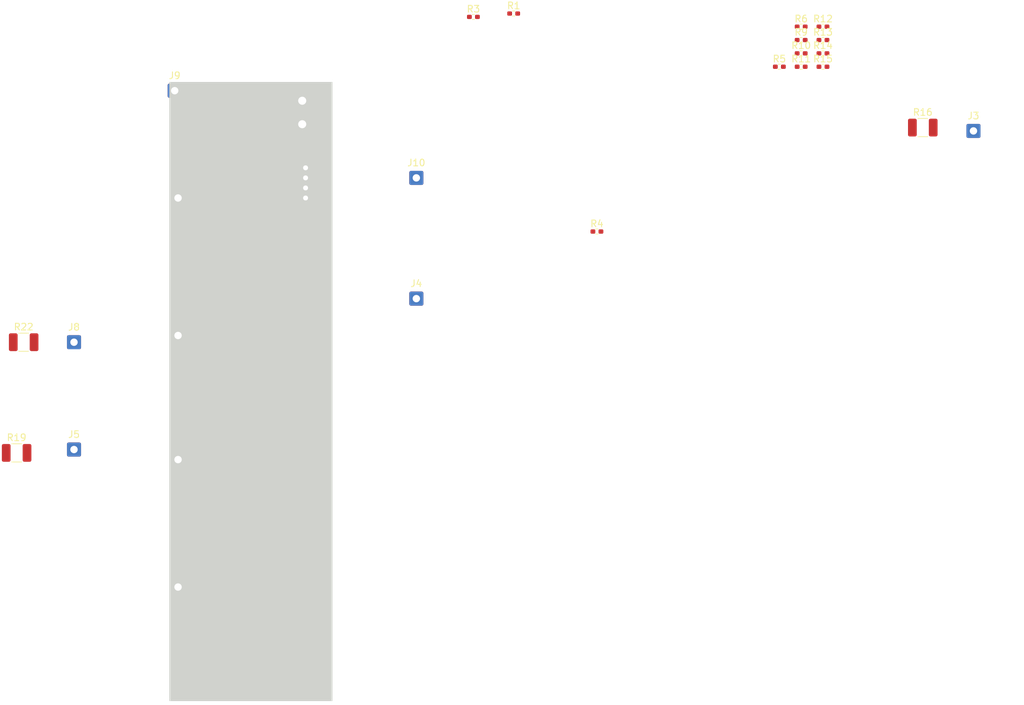
<source format=kicad_pcb>
(kicad_pcb (version 20240108) (generator "pcbnew") (generator_version "8.0")
  (layers (0 "F.Cu" signal) (31 "B.Cu" signal) (34 "B.Paste" user) (35 "F.Paste" user) (36 "B.SilkS" user "B.Silkscreen") (37 "F.SilkS" user "F.Silkscreen") (38 "B.Mask" user) (39 "F.Mask" user) (44 "Edge.Cuts" user))
  (net 0 "")
  (net 1 "GND")
  (net 2 "Net-(J1-Pin_1)")
  (net 3 "GNDPWR")
  (net 4 "Net-(J3-Pin_1)")
  (net 5 "Net-(J5-Pin_1)")
  (net 6 "Net-(J8-Pin_1)")
  (net 7 "Net-(J9-Pin_1)")
  (net 8 "+24V")
  (net 9 "/SCL")
  (net 10 "VDD")
  (net 11 "/SDA")
  (net 12 "/ADDR_SEL_0")
  (net 14 "Net-(U1-A0)")
  (net 15 "/ADDR_SEL_1")
  (net 16 "Net-(U1-A1)")
  (net 17 "Net-(U1-A2)")
  (net 18 "/CHAN2_ENABLE")
  (net 19 "/CHAN3_ENABLE")
  (net 20 "/CHAN0_ENABLE")
  (net 23 "/CHAN1_ENABLE")
  (net 26 "Net-(U2-IN+)")
  (net 27 "Net-(U2-IN-)")
  (net 28 "Net-(U3-IN-)")
  (net 29 "Net-(U3-IN+)")
  (net 30 "Net-(U4-IN+)")
  (net 31 "Net-(U4-IN-)")
  (net 32 "Net-(U5-IN-)")
  (net 33 "Net-(U5-IN+)")
  (net 34 "Net-(U6-IN+)")
  (net 35 "Net-(U6-IN-)")
  (footprint "Resistor_SMD:R_0402_1005Metric_Pad0.72x0.64mm_HandSolder" (layer "F.Cu") (at 224.58 33.93)
    (property "Reference" "R5" (at 0 -1.17 0) (layer "F.SilkS"))
    (property "Value" "R0")
    (fp_line (start -0.167621 -0.38) (end 0.167621 -0.38) (stroke (width 0.12)) (layer "F.SilkS"))
    (fp_line (start -0.167621 0.38) (end 0.167621 0.38) (stroke (width 0.12)) (layer "F.SilkS"))
    (pad "1" smd roundrect (at -0.5975 0) (size 0.715 0.64) (layers "F.Cu" "F.Paste" "F.Mask") (net 14 "Net-(U1-A0)"))
    (pad "2" smd roundrect (at 0.5975 0) (size 0.715 0.64) (layers "F.Cu" "F.Paste" "F.Mask") (net 1 "GND"))
  )
  (footprint "Resistor_SMD:R_0402_1005Metric_Pad0.72x0.64mm_HandSolder" (layer "F.Cu") (at 231.08 31.94)
    (property "Reference" "R14" (at 0 -1.17 0) (layer "F.SilkS"))
    (property "Value" "R0")
    (fp_line (start -0.167621 -0.38) (end 0.167621 -0.38) (stroke (width 0.12)) (layer "F.SilkS"))
    (fp_line (start -0.167621 0.38) (end 0.167621 0.38) (stroke (width 0.12)) (layer "F.SilkS"))
    (pad "1" smd roundrect (at -0.5975 0) (size 0.715 0.64) (layers "F.Cu" "F.Paste" "F.Mask") (net 17 "Net-(U1-A2)"))
    (pad "2" smd roundrect (at 0.5975 0) (size 0.715 0.64) (layers "F.Cu" "F.Paste" "F.Mask") (net 1 "GND"))
  )
  (footprint "Resistor_SMD:R_0402_1005Metric_Pad0.72x0.64mm_HandSolder" (layer "F.Cu") (at 227.83 33.93)
    (property "Reference" "R11" (at 0 -1.17 0) (layer "F.SilkS"))
    (property "Value" "R0")
    (fp_line (start -0.167621 -0.38) (end 0.167621 -0.38) (stroke (width 0.12)) (layer "F.SilkS"))
    (fp_line (start -0.167621 0.38) (end 0.167621 0.38) (stroke (width 0.12)) (layer "F.SilkS"))
    (pad "1" smd roundrect (at -0.5975 0) (size 0.715 0.64) (layers "F.Cu" "F.Paste" "F.Mask") (net 15 "/ADDR_SEL_1"))
    (pad "2" smd roundrect (at 0.5975 0) (size 0.715 0.64) (layers "F.Cu" "F.Paste" "F.Mask") (net 9 "/SCL"))
  )
  (footprint "Resistor_SMD:R_1210_3225Metric_Pad1.30x2.65mm_HandSolder" (layer "F.Cu") (at 139.55 40.5)
    (property "Reference" "R25" (at 0 -2.28 0) (layer "F.SilkS"))
    (property "Value" "0R1")
    (fp_line (start -0.723737 -1.355) (end 0.723737 -1.355) (stroke (width 0.12)) (layer "F.SilkS"))
    (fp_line (start -0.723737 1.355) (end 0.723737 1.355) (stroke (width 0.12)) (layer "F.SilkS"))
    (pad "1" smd roundrect (at -1.55 0) (size 1.3 2.65) (layers "F.Cu" "F.Paste" "F.Mask") (roundrect_rratio 0.192308) (net 8 "+24V"))
    (pad "2" smd roundrect (at 1.55 0) (size 1.3 2.65) (layers "F.Cu" "F.Paste" "F.Mask") (roundrect_rratio 0.192308) (net 7 "Net-(J9-Pin_1)"))
  )
  (footprint "Resistor_SMD:R_0402_1005Metric_Pad0.72x0.64mm_HandSolder" (layer "F.Cu") (at 185 26)
    (property "Reference" "R1" (at 0 -1.17 0) (layer "F.SilkS"))
    (property "Value" "R0")
    (fp_line (start -0.167621 -0.38) (end 0.167621 -0.38) (stroke (width 0.12)) (layer "F.SilkS"))
    (fp_line (start -0.167621 0.38) (end 0.167621 0.38) (stroke (width 0.12)) (layer "F.SilkS"))
    (pad "1" smd roundrect (at -0.5975 0) (size 0.715 0.64) (layers "F.Cu" "F.Paste" "F.Mask") (net 12 "/ADDR_SEL_0"))
    (pad "2" smd roundrect (at 0.5975 0) (size 0.715 0.64) (layers "F.Cu" "F.Paste" "F.Mask") (net 1 "GND"))
  )
  (footprint "Package_TO_SOT_SMD:SOT-23-8" (layer "F.Cu") (at 145.6375 63.475)
    (property "Reference" "U3" (at 0 -2.4 0) (layer "F.SilkS"))
    (property "Value" "INA219AxDCN")
    (fp_line (start 0 -1.56) (end -0.8 -1.56) (stroke (width 0.12)) (layer "F.SilkS"))
    (fp_line (start 0 -1.56) (end 0.8 -1.56) (stroke (width 0.12)) (layer "F.SilkS"))
    (fp_line (start 0 1.56) (end -0.8 1.56) (stroke (width 0.12)) (layer "F.SilkS"))
    (fp_line (start 0 1.56) (end 0.8 1.56) (stroke (width 0.12)) (layer "F.SilkS"))
    (fp_poly (pts (xy -1.3 -1.485) (xy -1.54 -1.815) (xy -1.06 -1.815) (xy -1.3 -1.485)) (stroke (width 0.12)) (fill solid) (layer "F.SilkS"))
    (pad "1" smd roundrect (at -1.1375 -0.975) (size 1.325 0.5) (layers "F.Cu" "F.Paste" "F.Mask") (net 29 "Net-(U3-IN+)"))
    (pad "2" smd roundrect (at -1.1375 -0.325) (size 1.325 0.5) (layers "F.Cu" "F.Paste" "F.Mask") (net 28 "Net-(U3-IN-)"))
    (pad "3" smd roundrect (at -1.1375 0.325) (size 1.325 0.5) (layers "F.Cu" "F.Paste" "F.Mask") (net 1 "GND"))
    (pad "4" smd roundrect (at -1.1375 0.975) (size 1.325 0.5) (layers "F.Cu" "F.Paste" "F.Mask") (net 10 "VDD"))
    (pad "5" smd roundrect (at 1.1375 0.975) (size 1.325 0.5) (layers "F.Cu" "F.Paste" "F.Mask") (net 9 "/SCL"))
    (pad "6" smd roundrect (at 1.1375 0.325) (size 1.325 0.5) (layers "F.Cu" "F.Paste" "F.Mask") (net 11 "/SDA"))
    (pad "7" smd roundrect (at 1.1375 -0.325) (size 1.325 0.5) (layers "F.Cu" "F.Paste" "F.Mask") (net 11 "/SDA"))
    (pad "8" smd roundrect (at 1.1375 -0.975) (size 1.325 0.5) (layers "F.Cu" "F.Paste" "F.Mask") (net 12 "/ADDR_SEL_0"))
  )
  (footprint "TerminalBlock_4Ucon:TerminalBlock_4Ucon_1x02_P3.50mm_Horizontal" (layer "F.Cu") (at 153.5 42.5 90)
    (property "Reference" "J11" (at 1.75 -4.46 90) (layer "F.SilkS"))
    (property "Value" "Screw_Terminal_01x02")
    (fp_line (start 5.66 -3.46) (end 5.66 3.66) (stroke (width 0.12)) (layer "F.SilkS"))
    (fp_line (start -2.16 -3.46) (end 5.66 -3.46) (stroke (width 0.12)) (layer "F.SilkS"))
    (fp_line (start -2.16 -3.46) (end -2.16 3.66) (stroke (width 0.12)) (layer "F.SilkS"))
    (fp_line (start -2.16 2.1) (end 5.66 2.1) (stroke (width 0.12)) (layer "F.SilkS"))
    (fp_line (start -2.4 2.16) (end -2.4 3.9) (stroke (width 0.12)) (layer "F.SilkS"))
    (fp_line (start -2.16 3.66) (end 5.66 3.66) (stroke (width 0.12)) (layer "F.SilkS"))
    (fp_line (start -2.4 3.9) (end -0.9 3.9) (stroke (width 0.12)) (layer "F.SilkS"))
    (fp_arc (start -0.607742 -1.432109) (mid 0.00014 -1.555727) (end 0.608 -1.432) (stroke (width 0.12)) (layer "F.SilkS"))
    (fp_arc (start 1.432109 -0.607742) (mid 1.555727 0.00014) (end 1.432 0.608) (stroke (width 0.12)) (layer "F.SilkS"))
    (fp_arc (start -1.432109 0.607742) (mid -1.555727 -0.00014) (end -1.432 -0.608) (stroke (width 0.12)) (layer "F.SilkS"))
    (fp_arc (start 0.607587 1.431385) (mid 0.310017 1.523783) (end 0 1.555) (stroke (width 0.12)) (layer "F.SilkS"))
    (fp_arc (start 0.027011 1.555493) (mid -0.296984 1.527118) (end -0.608 1.432) (stroke (width 0.12)) (layer "F.SilkS"))
    (fp_circle (center 3.5 0) (end 5.055 0) (stroke (width 0.12)) (fill none) (layer "F.SilkS"))
    (pad "1" thru_hole rect (at 0 0 90) (size 2.4 2.4) (drill 1.2) (layers "*.Cu" "*.Mask") (net 8 "+24V"))
    (pad "2" thru_hole circle (at 3.5 0 90) (size 2.4 2.4) (drill 1.2) (layers "*.Cu" "*.Mask") (net 3 "GNDPWR"))
  )
  (footprint "Resistor_SMD:R_0402_1005Metric_Pad0.72x0.64mm_HandSolder" (layer "F.Cu") (at 231.08 27.96)
    (property "Reference" "R12" (at 0 -1.17 0) (layer "F.SilkS"))
    (property "Value" "R0")
    (fp_line (start -0.167621 -0.38) (end 0.167621 -0.38) (stroke (width 0.12)) (layer "F.SilkS"))
    (fp_line (start -0.167621 0.38) (end 0.167621 0.38) (stroke (width 0.12)) (layer "F.SilkS"))
    (pad "1" smd roundrect (at -0.5975 0) (size 0.715 0.64) (layers "F.Cu" "F.Paste" "F.Mask") (net 16 "Net-(U1-A1)"))
    (pad "2" smd roundrect (at 0.5975 0) (size 0.715 0.64) (layers "F.Cu" "F.Paste" "F.Mask") (net 1 "GND"))
  )
  (footprint "Package_SO:SOIC-16W_7.5x10.3mm_P1.27mm" (layer "F.Cu") (at 145.5 55)
    (property "Reference" "U1" (at 0 -6.1 0) (layer "F.SilkS"))
    (property "Value" "PCF8574")
    (fp_line (start -3.86 -5.26) (end -3.86 -5.005) (stroke (width 0.12)) (layer "F.SilkS"))
    (fp_line (start -3.86 5.26) (end -3.86 5.005) (stroke (width 0.12)) (layer "F.SilkS"))
    (fp_line (start 0 -5.26) (end -3.86 -5.26) (stroke (width 0.12)) (layer "F.SilkS"))
    (fp_line (start 0 -5.26) (end 3.86 -5.26) (stroke (width 0.12)) (layer "F.SilkS"))
    (fp_line (start 0 5.26) (end -3.86 5.26) (stroke (width 0.12)) (layer "F.SilkS"))
    (fp_line (start 0 5.26) (end 3.86 5.26) (stroke (width 0.12)) (layer "F.SilkS"))
    (fp_line (start 3.86 -5.26) (end 3.86 -5.005) (stroke (width 0.12)) (layer "F.SilkS"))
    (fp_line (start 3.86 5.26) (end 3.86 5.005) (stroke (width 0.12)) (layer "F.SilkS"))
    (fp_poly (pts (xy -4.7125 -5.005) (xy -5.0525 -5.475) (xy -4.3725 -5.475) (xy -4.7125 -5.005)) (stroke (width 0.12)) (fill solid) (layer "F.SilkS"))
    (pad "1" smd roundrect (at -4.65 -4.445) (size 2.05 0.6) (layers "F.Cu" "F.Paste" "F.Mask") (net 14 "Net-(U1-A0)"))
    (pad "2" smd roundrect (at -4.65 -3.175) (size 2.05 0.6) (layers "F.Cu" "F.Paste" "F.Mask") (net 16 "Net-(U1-A1)"))
    (pad "3" smd roundrect (at -4.65 -1.905) (size 2.05 0.6) (layers "F.Cu" "F.Paste" "F.Mask") (net 17 "Net-(U1-A2)"))
    (pad "4" smd roundrect (at -4.65 -0.635) (size 2.05 0.6) (layers "F.Cu" "F.Paste" "F.Mask") (net 20 "/CHAN0_ENABLE"))
    (pad "5" smd roundrect (at -4.65 0.635) (size 2.05 0.6) (layers "F.Cu" "F.Paste" "F.Mask") (net 23 "/CHAN1_ENABLE"))
    (pad "6" smd roundrect (at -4.65 1.905) (size 2.05 0.6) (layers "F.Cu" "F.Paste" "F.Mask") (net 18 "/CHAN2_ENABLE"))
    (pad "7" smd roundrect (at -4.65 3.175) (size 2.05 0.6) (layers "F.Cu" "F.Paste" "F.Mask") (net 19 "/CHAN3_ENABLE"))
    (pad "8" smd roundrect (at -4.65 4.445) (size 2.05 0.6) (layers "F.Cu" "F.Paste" "F.Mask") (net 1 "GND"))
    (pad "9" smd roundrect (at 4.65 4.445) (size 2.05 0.6) (layers "F.Cu" "F.Paste" "F.Mask") (net 19 "/CHAN3_ENABLE"))
    (pad "10" smd roundrect (at 4.65 3.175) (size 2.05 0.6) (layers "F.Cu" "F.Paste" "F.Mask"))
    (pad "11" smd roundrect (at 4.65 1.905) (size 2.05 0.6) (layers "F.Cu" "F.Paste" "F.Mask"))
    (pad "12" smd roundrect (at 4.65 0.635) (size 2.05 0.6) (layers "F.Cu" "F.Paste" "F.Mask"))
    (pad "13" smd roundrect (at 4.65 -0.635) (size 2.05 0.6) (layers "F.Cu" "F.Paste" "F.Mask"))
    (pad "14" smd roundrect (at 4.65 -1.905) (size 2.05 0.6) (layers "F.Cu" "F.Paste" "F.Mask") (net 9 "/SCL"))
    (pad "15" smd roundrect (at 4.65 -3.175) (size 2.05 0.6) (layers "F.Cu" "F.Paste" "F.Mask") (net 11 "/SDA"))
    (pad "16" smd roundrect (at 4.65 -4.445) (size 2.05 0.6) (layers "F.Cu" "F.Paste" "F.Mask") (net 10 "VDD"))
  )
  (footprint "Resistor_SMD:R_0402_1005Metric_Pad0.72x0.64mm_HandSolder" (layer "F.Cu") (at 179 26.5)
    (property "Reference" "R3" (at 0 -1.17 0) (layer "F.SilkS"))
    (property "Value" "R")
    (fp_line (start -0.167621 -0.38) (end 0.167621 -0.38) (stroke (width 0.12)) (layer "F.SilkS"))
    (fp_line (start -0.167621 0.38) (end 0.167621 0.38) (stroke (width 0.12)) (layer "F.SilkS"))
    (pad "1" smd roundrect (at -0.5975 0) (size 0.715 0.64) (layers "F.Cu" "F.Paste" "F.Mask") (net 10 "VDD"))
    (pad "2" smd roundrect (at 0.5975 0) (size 0.715 0.64) (layers "F.Cu" "F.Paste" "F.Mask") (net 11 "/SDA"))
  )
  (footprint "Package_TO_SOT_SMD:SOT-23-8" (layer "F.Cu") (at 145 101)
    (property "Reference" "U5" (at 0 -2.4 0) (layer "F.SilkS"))
    (property "Value" "INA219AxDCN")
    (fp_line (start 0 -1.56) (end -0.8 -1.56) (stroke (width 0.12)) (layer "F.SilkS"))
    (fp_line (start 0 -1.56) (end 0.8 -1.56) (stroke (width 0.12)) (layer "F.SilkS"))
    (fp_line (start 0 1.56) (end -0.8 1.56) (stroke (width 0.12)) (layer "F.SilkS"))
    (fp_line (start 0 1.56) (end 0.8 1.56) (stroke (width 0.12)) (layer "F.SilkS"))
    (fp_poly (pts (xy -1.3 -1.485) (xy -1.54 -1.815) (xy -1.06 -1.815) (xy -1.3 -1.485)) (stroke (width 0.12)) (fill solid) (layer "F.SilkS"))
    (pad "1" smd roundrect (at -1.1375 -0.975) (size 1.325 0.5) (layers "F.Cu" "F.Paste" "F.Mask") (net 33 "Net-(U5-IN+)"))
    (pad "2" smd roundrect (at -1.1375 -0.325) (size 1.325 0.5) (layers "F.Cu" "F.Paste" "F.Mask") (net 32 "Net-(U5-IN-)"))
    (pad "3" smd roundrect (at -1.1375 0.325) (size 1.325 0.5) (layers "F.Cu" "F.Paste" "F.Mask") (net 1 "GND"))
    (pad "4" smd roundrect (at -1.1375 0.975) (size 1.325 0.5) (layers "F.Cu" "F.Paste" "F.Mask") (net 10 "VDD"))
    (pad "5" smd roundrect (at 1.1375 0.975) (size 1.325 0.5) (layers "F.Cu" "F.Paste" "F.Mask") (net 9 "/SCL"))
    (pad "6" smd roundrect (at 1.1375 0.325) (size 1.325 0.5) (layers "F.Cu" "F.Paste" "F.Mask") (net 11 "/SDA"))
    (pad "7" smd roundrect (at 1.1375 -0.325) (size 1.325 0.5) (layers "F.Cu" "F.Paste" "F.Mask") (net 1 "GND"))
    (pad "8" smd roundrect (at 1.1375 -0.975) (size 1.325 0.5) (layers "F.Cu" "F.Paste" "F.Mask") (net 12 "/ADDR_SEL_0"))
  )
  (footprint "Resistor_SMD:R_0402_1005Metric_Pad0.72x0.64mm_HandSolder" (layer "F.Cu") (at 231.08 33.93)
    (property "Reference" "R15" (at 0 -1.17 0) (layer "F.SilkS"))
    (property "Value" "R0")
    (fp_line (start -0.167621 -0.38) (end 0.167621 -0.38) (stroke (width 0.12)) (layer "F.SilkS"))
    (fp_line (start -0.167621 0.38) (end 0.167621 0.38) (stroke (width 0.12)) (layer "F.SilkS"))
    (pad "1" smd roundrect (at -0.5975 0) (size 0.715 0.64) (layers "F.Cu" "F.Paste" "F.Mask") (net 17 "Net-(U1-A2)"))
    (pad "2" smd roundrect (at 0.5975 0) (size 0.715 0.64) (layers "F.Cu" "F.Paste" "F.Mask") (net 10 "VDD"))
  )
  (footprint "Connector_JST:JST_ZH_B4B-ZR_1x04_P1.50mm_Vertical" (layer "F.Cu") (at 154 53.5 90)
    (property "Reference" "J12" (at 2.25 -2.5 90) (layer "F.SilkS"))
    (property "Value" "Conn_01x04")
    (fp_line (start -0.3 -1.61) (end -0.6 -1.61) (stroke (width 0.12)) (layer "F.SilkS"))
    (fp_line (start -0.6 -1.61) (end -0.6 -1.41) (stroke (width 0.12)) (layer "F.SilkS"))
    (fp_line (start -1.01 -1.61) (end -1.81 -1.61) (stroke (width 0.12)) (layer "F.SilkS"))
    (fp_line (start -1.81 -1.61) (end -1.81 -0.81) (stroke (width 0.12)) (layer "F.SilkS"))
    (fp_line (start -0.3 -1.51) (end -0.6 -1.51) (stroke (width 0.12)) (layer "F.SilkS"))
    (fp_line (start 6.11 -1.41) (end -1.61 -1.41) (stroke (width 0.12)) (layer "F.SilkS"))
    (fp_line (start -0.3 -1.41) (end -0.3 -1.61) (stroke (width 0.12)) (layer "F.SilkS"))
    (fp_line (start -1.61 -1.41) (end -1.61 2.31) (stroke (width 0.12)) (layer "F.SilkS"))
    (fp_line (start 5.71 -1.01) (end -1.21 -1.01) (stroke (width 0.12)) (layer "F.SilkS"))
    (fp_line (start -1.21 -1.01) (end -1.21 1.91) (stroke (width 0.12)) (layer "F.SilkS"))
    (fp_line (start 6.11 -0.5) (end 5.71 -0.5) (stroke (width 0.12)) (layer "F.SilkS"))
    (fp_line (start -1.61 -0.5) (end -1.21 -0.5) (stroke (width 0.12)) (layer "F.SilkS"))
    (fp_line (start 6.11 0.5) (end 5.71 0.5) (stroke (width 0.12)) (layer "F.SilkS"))
    (fp_line (start -1.61 0.5) (end -1.21 0.5) (stroke (width 0.12)) (layer "F.SilkS"))
    (fp_line (start 3.85 1.51) (end 3.85 1.91) (stroke (width 0.12)) (layer "F.SilkS"))
    (fp_line (start 3.65 1.51) (end 3.85 1.51) (stroke (width 0.12)) (layer "F.SilkS"))
    (fp_line (start 2.35 1.51) (end 2.35 1.91) (stroke (width 0.12)) (layer "F.SilkS"))
    (fp_line (start 2.15 1.51) (end 2.35 1.51) (stroke (width 0.12)) (layer "F.SilkS"))
    (fp_line (start 0.85 1.51) (end 0.85 1.91) (stroke (width 0.12)) (layer "F.SilkS"))
    (fp_line (start 0.65 1.51) (end 0.85 1.51) (stroke (width 0.12)) (layer "F.SilkS"))
    (fp_line (start 5.71 1.91) (end 5.71 -1.01) (stroke (width 0.12)) (layer "F.SilkS"))
    (fp_line (start 3.75 1.91) (end 3.75 1.51) (stroke (width 0.12)) (layer "F.SilkS"))
    (fp_line (start 3.65 1.91) (end 3.65 1.51) (stroke (width 0.12)) (layer "F.SilkS"))
    (fp_line (start 2.25 1.91) (end 2.25 1.51) (stroke (width 0.12)) (layer "F.SilkS"))
    (fp_line (start 2.15 1.91) (end 2.15 1.51) (stroke (width 0.12)) (layer "F.SilkS"))
    (fp_line (start 0.75 1.91) (end 0.75 1.51) (stroke (width 0.12)) (layer "F.SilkS"))
    (fp_line (start 0.65 1.91) (end 0.65 1.51) (stroke (width 0.12)) (layer "F.SilkS"))
    (fp_line (start -1.21 1.91) (end 5.71 1.91) (stroke (width 0.12)) (layer "F.SilkS"))
    (fp_line (start 6.11 2.31) (end 6.11 -1.41) (stroke (width 0.12)) (layer "F.SilkS"))
    (fp_line (start -1.61 2.31) (end 6.11 2.31) (stroke (width 0.12)) (layer "F.SilkS"))
    (pad "1" thru_hole roundrect (at 0 0 90) (size 1.03 1.73) (drill 0.73) (layers "*.Cu" "*.Mask") (roundrect_rratio 0.242718) (net 11 "/SDA"))
    (pad "2" thru_hole oval (at 1.5 0 90) (size 1.03 1.73) (drill 0.73) (layers "*.Cu" "*.Mask") (net 9 "/SCL"))
    (pad "3" thru_hole oval (at 3 0 90) (size 1.03 1.73) (drill 0.73) (layers "*.Cu" "*.Mask") (net 10 "VDD"))
    (pad "4" thru_hole oval (at 4.5 0 90) (size 1.03 1.73) (drill 0.73) (layers "*.Cu" "*.Mask") (net 1 "GND"))
  )
  (footprint "Connector_Wire:SolderWire-0.5sqmm_1x01_D0.9mm_OD2.1mm" (layer "F.Cu") (at 253.5 43.5)
    (property "Reference" "J3" (at 0 -2.25 0) (layer "F.SilkS"))
    (property "Value" "Conn_01x01_Socket")
    (pad "1" thru_hole roundrect (at 0 0) (size 2.1 2.1) (drill 1.1) (layers "*.Cu" "*.Mask") (roundrect_rratio 0.119048) (net 4 "Net-(J3-Pin_1)"))
  )
  (footprint "Resistor_SMD:R_1210_3225Metric_Pad1.30x2.65mm_HandSolder" (layer "F.Cu") (at 139.45 114)
    (property "Reference" "R2" (at 0 -2.28 0) (layer "F.SilkS"))
    (property "Value" "0R1")
    (fp_line (start -0.723737 -1.355) (end 0.723737 -1.355) (stroke (width 0.12)) (layer "F.SilkS"))
    (fp_line (start -0.723737 1.355) (end 0.723737 1.355) (stroke (width 0.12)) (layer "F.SilkS"))
    (pad "1" smd roundrect (at -1.55 0) (size 1.3 2.65) (layers "F.Cu" "F.Paste" "F.Mask") (roundrect_rratio 0.192308) (net 8 "+24V"))
    (pad "2" smd roundrect (at 1.55 0) (size 1.3 2.65) (layers "F.Cu" "F.Paste" "F.Mask") (roundrect_rratio 0.192308) (net 2 "Net-(J1-Pin_1)"))
  )
  (footprint "Package_TO_SOT_SMD:SOT-23-8" (layer "F.Cu") (at 145.5 82)
    (property "Reference" "U4" (at 0 -2.4 0) (layer "F.SilkS"))
    (property "Value" "INA219AxDCN")
    (fp_line (start 0 -1.56) (end -0.8 -1.56) (stroke (width 0.12)) (layer "F.SilkS"))
    (fp_line (start 0 -1.56) (end 0.8 -1.56) (stroke (width 0.12)) (layer "F.SilkS"))
    (fp_line (start 0 1.56) (end -0.8 1.56) (stroke (width 0.12)) (layer "F.SilkS"))
    (fp_line (start 0 1.56) (end 0.8 1.56) (stroke (width 0.12)) (layer "F.SilkS"))
    (fp_poly (pts (xy -1.3 -1.485) (xy -1.54 -1.815) (xy -1.06 -1.815) (xy -1.3 -1.485)) (stroke (width 0.12)) (fill solid) (layer "F.SilkS"))
    (pad "1" smd roundrect (at -1.1375 -0.975) (size 1.325 0.5) (layers "F.Cu" "F.Paste" "F.Mask") (net 30 "Net-(U4-IN+)"))
    (pad "2" smd roundrect (at -1.1375 -0.325) (size 1.325 0.5) (layers "F.Cu" "F.Paste" "F.Mask") (net 31 "Net-(U4-IN-)"))
    (pad "3" smd roundrect (at -1.1375 0.325) (size 1.325 0.5) (layers "F.Cu" "F.Paste" "F.Mask") (net 1 "GND"))
    (pad "4" smd roundrect (at -1.1375 0.975) (size 1.325 0.5) (layers "F.Cu" "F.Paste" "F.Mask") (net 10 "VDD"))
    (pad "5" smd roundrect (at 1.1375 0.975) (size 1.325 0.5) (layers "F.Cu" "F.Paste" "F.Mask") (net 9 "/SCL"))
    (pad "6" smd roundrect (at 1.1375 0.325) (size 1.325 0.5) (layers "F.Cu" "F.Paste" "F.Mask") (net 11 "/SDA"))
    (pad "7" smd roundrect (at 1.1375 -0.325) (size 1.325 0.5) (layers "F.Cu" "F.Paste" "F.Mask") (net 10 "VDD"))
    (pad "8" smd roundrect (at 1.1375 -0.975) (size 1.325 0.5) (layers "F.Cu" "F.Paste" "F.Mask") (net 12 "/ADDR_SEL_0"))
  )
  (footprint "Resistor_SMD:R_0402_1005Metric_Pad0.72x0.64mm_HandSolder" (layer "F.Cu") (at 227.83 31.94)
    (property "Reference" "R10" (at 0 -1.17 0) (layer "F.SilkS"))
    (property "Value" "R0")
    (fp_line (start -0.167621 -0.38) (end 0.167621 -0.38) (stroke (width 0.12)) (layer "F.SilkS"))
    (fp_line (start -0.167621 0.38) (end 0.167621 0.38) (stroke (width 0.12)) (layer "F.SilkS"))
    (pad "1" smd roundrect (at -0.5975 0) (size 0.715 0.64) (layers "F.Cu" "F.Paste" "F.Mask") (net 15 "/ADDR_SEL_1"))
    (pad "2" smd roundrect (at 0.5975 0) (size 0.715 0.64) (layers "F.Cu" "F.Paste" "F.Mask") (net 10 "VDD"))
  )
  (footprint "Resistor_SMD:R_1210_3225Metric_Pad1.30x2.65mm_HandSolder" (layer "F.Cu") (at 245.95 43)
    (property "Reference" "R16" (at 0 -2.28 0) (layer "F.SilkS"))
    (property "Value" "0R1")
    (fp_line (start -0.723737 -1.355) (end 0.723737 -1.355) (stroke (width 0.12)) (layer "F.SilkS"))
    (fp_line (start -0.723737 1.355) (end 0.723737 1.355) (stroke (width 0.12)) (layer "F.SilkS"))
    (pad "1" smd roundrect (at -1.55 0) (size 1.3 2.65) (layers "F.Cu" "F.Paste" "F.Mask") (roundrect_rratio 0.192308) (net 8 "+24V"))
    (pad "2" smd roundrect (at 1.55 0) (size 1.3 2.65) (layers "F.Cu" "F.Paste" "F.Mask") (roundrect_rratio 0.192308) (net 4 "Net-(J3-Pin_1)"))
  )
  (footprint "Connector_Wire:SolderWire-0.5sqmm_1x01_D0.9mm_OD2.1mm" (layer "F.Cu") (at 119.5 75)
    (property "Reference" "J8" (at 0 -2.25 0) (layer "F.SilkS"))
    (property "Value" "Conn_01x01_Socket")
    (pad "1" thru_hole roundrect (at 0 0) (size 2.1 2.1) (drill 1.1) (layers "*.Cu" "*.Mask") (roundrect_rratio 0.119048) (net 6 "Net-(J8-Pin_1)"))
  )
  (footprint "Resistor_SMD:R_0402_1005Metric_Pad0.72x0.64mm_HandSolder" (layer "F.Cu") (at 231.08 29.95)
    (property "Reference" "R13" (at 0 -1.17 0) (layer "F.SilkS"))
    (property "Value" "R0")
    (fp_line (start -0.167621 -0.38) (end 0.167621 -0.38) (stroke (width 0.12)) (layer "F.SilkS"))
    (fp_line (start -0.167621 0.38) (end 0.167621 0.38) (stroke (width 0.12)) (layer "F.SilkS"))
    (pad "1" smd roundrect (at -0.5975 0) (size 0.715 0.64) (layers "F.Cu" "F.Paste" "F.Mask") (net 16 "Net-(U1-A1)"))
    (pad "2" smd roundrect (at 0.5975 0) (size 0.715 0.64) (layers "F.Cu" "F.Paste" "F.Mask") (net 10 "VDD"))
  )
  (footprint "Package_TO_SOT_SMD:SOT-23-8" (layer "F.Cu") (at 145.5 46.5)
    (property "Reference" "U2" (at 0 -2.4 0) (layer "F.SilkS"))
    (property "Value" "INA219AxDCN")
    (fp_line (start 0 -1.56) (end -0.8 -1.56) (stroke (width 0.12)) (layer "F.SilkS"))
    (fp_line (start 0 -1.56) (end 0.8 -1.56) (stroke (width 0.12)) (layer "F.SilkS"))
    (fp_line (start 0 1.56) (end -0.8 1.56) (stroke (width 0.12)) (layer "F.SilkS"))
    (fp_line (start 0 1.56) (end 0.8 1.56) (stroke (width 0.12)) (layer "F.SilkS"))
    (fp_poly (pts (xy -1.3 -1.485) (xy -1.54 -1.815) (xy -1.06 -1.815) (xy -1.3 -1.485)) (stroke (width 0.12)) (fill solid) (layer "F.SilkS"))
    (pad "1" smd roundrect (at -1.1375 -0.975) (size 1.325 0.5) (layers "F.Cu" "F.Paste" "F.Mask") (net 26 "Net-(U2-IN+)"))
    (pad "2" smd roundrect (at -1.1375 -0.325) (size 1.325 0.5) (layers "F.Cu" "F.Paste" "F.Mask") (net 27 "Net-(U2-IN-)"))
    (pad "3" smd roundrect (at -1.1375 0.325) (size 1.325 0.5) (layers "F.Cu" "F.Paste" "F.Mask") (net 1 "GND"))
    (pad "4" smd roundrect (at -1.1375 0.975) (size 1.325 0.5) (layers "F.Cu" "F.Paste" "F.Mask") (net 10 "VDD"))
    (pad "5" smd roundrect (at 1.1375 0.975) (size 1.325 0.5) (layers "F.Cu" "F.Paste" "F.Mask") (net 9 "/SCL"))
    (pad "6" smd roundrect (at 1.1375 0.325) (size 1.325 0.5) (layers "F.Cu" "F.Paste" "F.Mask") (net 11 "/SDA"))
    (pad "7" smd roundrect (at 1.1375 -0.325) (size 1.325 0.5) (layers "F.Cu" "F.Paste" "F.Mask") (net 9 "/SCL"))
    (pad "8" smd roundrect (at 1.1375 -0.975) (size 1.325 0.5) (layers "F.Cu" "F.Paste" "F.Mask") (net 12 "/ADDR_SEL_0"))
  )
  (footprint "Connector_Wire:SolderWire-0.5sqmm_1x01_D0.9mm_OD2.1mm" (layer "F.Cu") (at 135 92.5)
    (property "Reference" "J2" (at 0 -2.25 0) (layer "F.SilkS"))
    (property "Value" "Conn_01x01_Socket")
    (pad "1" thru_hole roundrect (at 0 0) (size 2.1 2.1) (drill 1.1) (layers "*.Cu" "*.Mask") (roundrect_rratio 0.119048) (net 3 "GNDPWR"))
  )
  (footprint "Connector_Wire:SolderWire-0.5sqmm_1x01_D0.9mm_OD2.1mm" (layer "F.Cu") (at 134.5 37.5)
    (property "Reference" "J9" (at 0 -2.25 0) (layer "F.SilkS"))
    (property "Value" "Conn_01x01_Socket")
    (pad "1" thru_hole roundrect (at 0 0) (size 2.1 2.1) (drill 1.1) (layers "*.Cu" "*.Mask") (roundrect_rratio 0.119048) (net 7 "Net-(J9-Pin_1)"))
  )
  (footprint "Resistor_SMD:R_0402_1005Metric_Pad0.72x0.64mm_HandSolder" (layer "F.Cu") (at 227.83 29.95)
    (property "Reference" "R9" (at 0 -1.17 0) (layer "F.SilkS"))
    (property "Value" "R0")
    (fp_line (start -0.167621 -0.38) (end 0.167621 -0.38) (stroke (width 0.12)) (layer "F.SilkS"))
    (fp_line (start -0.167621 0.38) (end 0.167621 0.38) (stroke (width 0.12)) (layer "F.SilkS"))
    (pad "1" smd roundrect (at -0.5975 0) (size 0.715 0.64) (layers "F.Cu" "F.Paste" "F.Mask") (net 12 "/ADDR_SEL_0"))
    (pad "2" smd roundrect (at 0.5975 0) (size 0.715 0.64) (layers "F.Cu" "F.Paste" "F.Mask") (net 11 "/SDA"))
  )
  (footprint "Resistor_SMD:R_0402_1005Metric_Pad0.72x0.64mm_HandSolder" (layer "F.Cu") (at 197.4025 58.5)
    (property "Reference" "R4" (at 0 -1.17 0) (layer "F.SilkS"))
    (property "Value" "R")
    (fp_line (start -0.167621 -0.38) (end 0.167621 -0.38) (stroke (width 0.12)) (layer "F.SilkS"))
    (fp_line (start -0.167621 0.38) (end 0.167621 0.38) (stroke (width 0.12)) (layer "F.SilkS"))
    (pad "1" smd roundrect (at -0.5975 0) (size 0.715 0.64) (layers "F.Cu" "F.Paste" "F.Mask") (net 10 "VDD"))
    (pad "2" smd roundrect (at 0.5975 0) (size 0.715 0.64) (layers "F.Cu" "F.Paste" "F.Mask"))
  )
  (footprint "Resistor_SMD:R_1210_3225Metric_Pad1.30x2.65mm_HandSolder" (layer "F.Cu") (at 112 75)
    (property "Reference" "R22" (at 0 -2.28 0) (layer "F.SilkS"))
    (property "Value" "0R1")
    (fp_line (start -0.723737 -1.355) (end 0.723737 -1.355) (stroke (width 0.12)) (layer "F.SilkS"))
    (fp_line (start -0.723737 1.355) (end 0.723737 1.355) (stroke (width 0.12)) (layer "F.SilkS"))
    (pad "1" smd roundrect (at -1.55 0) (size 1.3 2.65) (layers "F.Cu" "F.Paste" "F.Mask") (roundrect_rratio 0.192308) (net 8 "+24V"))
    (pad "2" smd roundrect (at 1.55 0) (size 1.3 2.65) (layers "F.Cu" "F.Paste" "F.Mask") (roundrect_rratio 0.192308) (net 6 "Net-(J8-Pin_1)"))
  )
  (footprint "Connector_Wire:SolderWire-0.5sqmm_1x01_D0.9mm_OD2.1mm" (layer "F.Cu") (at 170.5 50.5)
    (property "Reference" "J10" (at 0 -2.25 0) (layer "F.SilkS"))
    (property "Value" "Conn_01x01_Socket")
    (pad "1" thru_hole roundrect (at 0 0) (size 2.1 2.1) (drill 1.1) (layers "*.Cu" "*.Mask") (roundrect_rratio 0.119048) (net 3 "GNDPWR"))
  )
  (footprint "Connector_Wire:SolderWire-0.5sqmm_1x01_D0.9mm_OD2.1mm" (layer "F.Cu") (at 135 111.5)
    (property "Reference" "J1" (at 0 -2.25 0) (layer "F.SilkS"))
    (property "Value" "Conn_01x01_Socket")
    (pad "1" thru_hole roundrect (at 0 0) (size 2.1 2.1) (drill 1.1) (layers "*.Cu" "*.Mask") (roundrect_rratio 0.119048) (net 2 "Net-(J1-Pin_1)"))
  )
  (footprint "Package_TO_SOT_SMD:SOT-23-8" (layer "F.Cu") (at 145.3625 119.025)
    (property "Reference" "U6" (at 0 -2.4 0) (layer "F.SilkS"))
    (property "Value" "INA219AxDCN")
    (fp_line (start 0 -1.56) (end -0.8 -1.56) (stroke (width 0.12)) (layer "F.SilkS"))
    (fp_line (start 0 -1.56) (end 0.8 -1.56) (stroke (width 0.12)) (layer "F.SilkS"))
    (fp_line (start 0 1.56) (end -0.8 1.56) (stroke (width 0.12)) (layer "F.SilkS"))
    (fp_line (start 0 1.56) (end 0.8 1.56) (stroke (width 0.12)) (layer "F.SilkS"))
    (fp_poly (pts (xy -1.3 -1.485) (xy -1.54 -1.815) (xy -1.06 -1.815) (xy -1.3 -1.485)) (stroke (width 0.12)) (fill solid) (layer "F.SilkS"))
    (pad "1" smd roundrect (at -1.1375 -0.975) (size 1.325 0.5) (layers "F.Cu" "F.Paste" "F.Mask") (net 34 "Net-(U6-IN+)"))
    (pad "2" smd roundrect (at -1.1375 -0.325) (size 1.325 0.5) (layers "F.Cu" "F.Paste" "F.Mask") (net 35 "Net-(U6-IN-)"))
    (pad "3" smd roundrect (at -1.1375 0.325) (size 1.325 0.5) (layers "F.Cu" "F.Paste" "F.Mask") (net 1 "GND"))
    (pad "4" smd roundrect (at -1.1375 0.975) (size 1.325 0.5) (layers "F.Cu" "F.Paste" "F.Mask") (net 10 "VDD"))
    (pad "5" smd roundrect (at 1.1375 0.975) (size 1.325 0.5) (layers "F.Cu" "F.Paste" "F.Mask") (net 9 "/SCL"))
    (pad "6" smd roundrect (at 1.1375 0.325) (size 1.325 0.5) (layers "F.Cu" "F.Paste" "F.Mask") (net 11 "/SDA"))
    (pad "7" smd roundrect (at 1.1375 -0.325) (size 1.325 0.5) (layers "F.Cu" "F.Paste" "F.Mask") (net 1 "GND"))
    (pad "8" smd roundrect (at 1.1375 -0.975) (size 1.325 0.5) (layers "F.Cu" "F.Paste" "F.Mask") (net 15 "/ADDR_SEL_1"))
  )
  (footprint "Connector_Wire:SolderWire-0.5sqmm_1x01_D0.9mm_OD2.1mm" (layer "F.Cu") (at 170.5 68.5)
    (property "Reference" "J4" (at 0 -2.25 0) (layer "F.SilkS"))
    (property "Value" "Conn_01x01_Socket")
    (pad "1" thru_hole roundrect (at 0 0) (size 2.1 2.1) (drill 1.1) (layers "*.Cu" "*.Mask") (roundrect_rratio 0.119048) (net 3 "GNDPWR"))
  )
  (footprint "Resistor_SMD:R_0402_1005Metric_Pad0.72x0.64mm_HandSolder" (layer "F.Cu") (at 227.83 27.96)
    (property "Reference" "R6" (at 0 -1.17 0) (layer "F.SilkS"))
    (property "Value" "R0")
    (fp_line (start -0.167621 -0.38) (end 0.167621 -0.38) (stroke (width 0.12)) (layer "F.SilkS"))
    (fp_line (start -0.167621 0.38) (end 0.167621 0.38) (stroke (width 0.12)) (layer "F.SilkS"))
    (pad "1" smd roundrect (at -0.5975 0) (size 0.715 0.64) (layers "F.Cu" "F.Paste" "F.Mask") (net 14 "Net-(U1-A0)"))
    (pad "2" smd roundrect (at 0.5975 0) (size 0.715 0.64) (layers "F.Cu" "F.Paste" "F.Mask") (net 10 "VDD"))
  )
  (footprint "Connector_Wire:SolderWire-0.5sqmm_1x01_D0.9mm_OD2.1mm" (layer "F.Cu") (at 135 74)
    (property "Reference" "J6" (at 0 -2.25 0) (layer "F.SilkS"))
    (property "Value" "Conn_01x01_Socket")
    (pad "1" thru_hole roundrect (at 0 0) (size 2.1 2.1) (drill 1.1) (layers "*.Cu" "*.Mask") (roundrect_rratio 0.119048) (net 3 "GNDPWR"))
  )
  (footprint "Connector_Wire:SolderWire-0.5sqmm_1x01_D0.9mm_OD2.1mm" (layer "F.Cu") (at 119.5 91)
    (property "Reference" "J5" (at 0 -2.25 0) (layer "F.SilkS"))
    (property "Value" "Conn_01x01_Socket")
    (pad "1" thru_hole roundrect (at 0 0) (size 2.1 2.1) (drill 1.1) (layers "*.Cu" "*.Mask") (roundrect_rratio 0.119048) (net 5 "Net-(J5-Pin_1)"))
  )
  (footprint "Connector_Wire:SolderWire-0.5sqmm_1x01_D0.9mm_OD2.1mm" (layer "F.Cu") (at 135 53.5)
    (property "Reference" "J7" (at 0 -2.25 0) (layer "F.SilkS"))
    (property "Value" "Conn_01x01_Socket")
    (pad "1" thru_hole roundrect (at 0 0) (size 2.1 2.1) (drill 1.1) (layers "*.Cu" "*.Mask") (roundrect_rratio 0.119048) (net 3 "GNDPWR"))
  )
  (footprint "Resistor_SMD:R_1210_3225Metric_Pad1.30x2.65mm_HandSolder" (layer "F.Cu") (at 110.95 91.5)
    (property "Reference" "R19" (at 0 -2.28 0) (layer "F.SilkS"))
    (property "Value" "0R1")
    (fp_line (start -0.723737 -1.355) (end 0.723737 -1.355) (stroke (width 0.12)) (layer "F.SilkS"))
    (fp_line (start -0.723737 1.355) (end 0.723737 1.355) (stroke (width 0.12)) (layer "F.SilkS"))
    (pad "1" smd roundrect (at -1.55 0) (size 1.3 2.65) (layers "F.Cu" "F.Paste" "F.Mask") (roundrect_rratio 0.192308) (net 8 "+24V"))
    (pad "2" smd roundrect (at 1.55 0) (size 1.3 2.65) (layers "F.Cu" "F.Paste" "F.Mask") (roundrect_rratio 0.192308) (net 5 "Net-(J5-Pin_1)"))
  )
  (gr_poly (pts (xy 133.7 36.2) (xy 158 36.2) (xy 158 128.5) (xy 133.7 128.5)) (fill solid) (layer "Edge.Cuts"))
)
</source>
